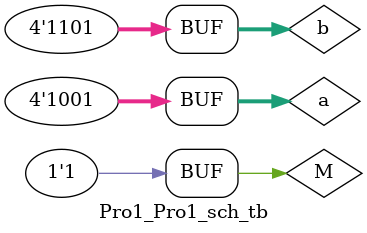
<source format=v>

`timescale 1ns / 1ps

module Pro1_Pro1_sch_tb();

// Inputs
   reg [3:0] b;
   reg [3:0] a;
   reg M;

// Output
   wire [4:0] R;
   wire sign;

// Bidirs

// Instantiate the UUT
   Pro1 UUT (
		.b(b), 
		.a(a), 
		.R(R), 
		.sign(sign), 
		.M(M)
   );
// Initialize Inputs
      initial begin		
		b = 0;
		a = 0;
		M = 0;
		#100
		b = 9;
		a = 13;
		M = 0;
		#100
		b = 9;
		a = 13;
		M = 1;
		#100
		b = 13;
		a = 9;
		M = 1;
		end
endmodule

</source>
